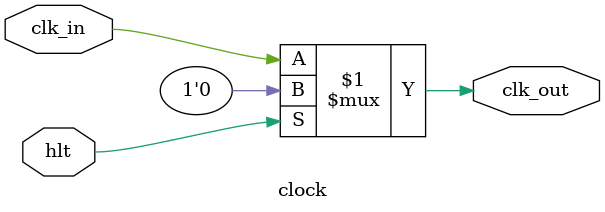
<source format=v>
`default_nettype none
`timescale 1ns/1ps
module clock(
    input  hlt,
    input  clk_in,
    output clk_out
    );

    assign clk_out = (hlt) ? 1'b0 : clk_in;

endmodule


</source>
